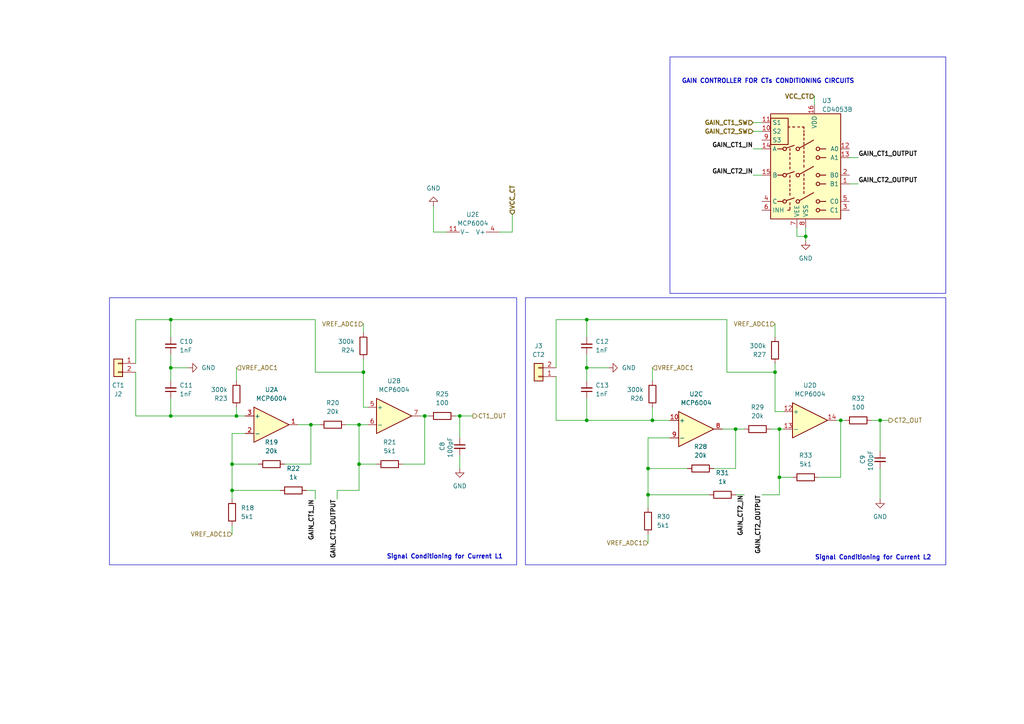
<source format=kicad_sch>
(kicad_sch (version 20231120) (generator "eeschema") (generator_version "8.0")
  (paper "A4")
  (lib_symbols
    (symbol "Amplifier_Operational:MCP6004" (pin_names (offset 0.127))
      (property "Reference" "U" (at 0 5.08 0))
      (property "Value" "MCP6004" (at 0 -5.08 0))
      (symbol "MCP6004_1_1"
        (polyline (pts (xy -5.08 5.08) (xy 5.08 0) (xy -5.08 -5.08) (xy -5.08 5.08)) (stroke (width 0.254)) (fill (type background)))
        (pin output line (at 7.62 0 180) (length 2.54) (name "~") (number "1"))
        (pin input line (at -7.62 -2.54 0) (length 2.54) (name "-") (number "2"))
        (pin input line (at -7.62 2.54 0) (length 2.54) (name "+") (number "3"))
      )
      (symbol "MCP6004_2_1"
        (polyline (pts (xy -5.08 5.08) (xy 5.08 0) (xy -5.08 -5.08) (xy -5.08 5.08)) (stroke (width 0.254)) (fill (type background)))
        (pin input line (at -7.62 2.54 0) (length 2.54) (name "+") (number "5"))
        (pin input line (at -7.62 -2.54 0) (length 2.54) (name "-") (number "6"))
        (pin output line (at 7.62 0 180) (length 2.54) (name "~") (number "7"))
      )
      (symbol "MCP6004_3_1"
        (polyline (pts (xy -5.08 5.08) (xy 5.08 0) (xy -5.08 -5.08) (xy -5.08 5.08)) (stroke (width 0.254)) (fill (type background)))
        (pin input line (at -7.62 2.54 0) (length 2.54) (name "+") (number "10"))
        (pin output line (at 7.62 0 180) (length 2.54) (name "~") (number "8"))
        (pin input line (at -7.62 -2.54 0) (length 2.54) (name "-") (number "9"))
      )
      (symbol "MCP6004_4_1"
        (polyline (pts (xy -5.08 5.08) (xy 5.08 0) (xy -5.08 -5.08) (xy -5.08 5.08)) (stroke (width 0.254)) (fill (type background)))
        (pin input line (at -7.62 2.54 0) (length 2.54) (name "+") (number "12"))
        (pin input line (at -7.62 -2.54 0) (length 2.54) (name "-") (number "13"))
        (pin output line (at 7.62 0 180) (length 2.54) (name "~") (number "14"))
      )
      (symbol "MCP6004_5_1"
        (pin power_in line (at -2.54 -7.62 90) (length 3.81) (name "V-") (number "11"))
        (pin power_in line (at -2.54 7.62 270) (length 3.81) (name "V+") (number "4"))
      )
    )
    (symbol "Analog_Switch:CD4053B"
      (property "Reference" "U" (at -10.16 16.51 0))
      (property "Value" "CD4053B" (at 3.81 16.51 0))
      (symbol "CD4053B_0_1"
        (rectangle (start -10.16 6.35) (end -5.08 13.97) (stroke (width 0.254)))
        (rectangle (start -10.16 15.24) (end 10.16 -15.24) (stroke (width 0.254)) (fill (type background)))
        (circle (center -6.096 -10.16) (radius 0.508) (stroke (width 0.254)))
        (circle (center -6.096 -2.54) (radius 0.508) (stroke (width 0.254)))
        (circle (center -6.096 5.08) (radius 0.508) (stroke (width 0.254)))
        (circle (center -2.286 -10.16) (radius 0.508) (stroke (width 0.254)))
        (circle (center -2.286 -2.54) (radius 0.508) (stroke (width 0.254)))
        (circle (center -2.286 5.08) (radius 0.508) (stroke (width 0.254)))
        (polyline (pts (xy -8.128 -10.16) (xy -6.604 -10.16)) (stroke (width 0.254)))
        (polyline (pts (xy -8.128 -2.54) (xy -6.604 -2.54)) (stroke (width 0.254)))
        (polyline (pts (xy -8.128 5.08) (xy -6.604 5.08)) (stroke (width 0.254)))
        (polyline (pts (xy -5.588 -9.906) (xy -3.302 -9.144)) (stroke (width 0.254)))
        (polyline (pts (xy -5.588 -2.286) (xy -3.302 -1.524)) (stroke (width 0.254)))
        (polyline (pts (xy -5.588 5.334) (xy -3.302 6.096)) (stroke (width 0.254)))
        (polyline (pts (xy -4.572 -12.7) (xy -5.207 -12.7)) (stroke (width 0.254)))
        (polyline (pts (xy -4.572 -12.446) (xy -4.572 -11.811)) (stroke (width 0.254)))
        (polyline (pts (xy -4.572 -11.176) (xy -4.572 -10.541)) (stroke (width 0.254)))
        (polyline (pts (xy -4.572 -8.382) (xy -4.572 -7.747)) (stroke (width 0.254)))
        (polyline (pts (xy -4.572 -7.112) (xy -4.572 -6.477)) (stroke (width 0.254)))
        (polyline (pts (xy -4.572 -5.842) (xy -4.572 -5.207)) (stroke (width 0.254)))
        (polyline (pts (xy -4.572 -4.572) (xy -4.572 -3.937)) (stroke (width 0.254)))
        (polyline (pts (xy -4.572 -3.302) (xy -4.572 -2.667)) (stroke (width 0.254)))
        (polyline (pts (xy -4.572 -0.762) (xy -4.572 -0.127)) (stroke (width 0.254)))
        (polyline (pts (xy -4.572 0.508) (xy -4.572 1.143)) (stroke (width 0.254)))
        (polyline (pts (xy -4.572 2.032) (xy -4.572 2.667)) (stroke (width 0.254)))
        (polyline (pts (xy -4.572 3.302) (xy -4.572 3.937)) (stroke (width 0.254)))
        (polyline (pts (xy -4.572 4.572) (xy -4.572 5.207)) (stroke (width 0.254)))
        (polyline (pts (xy -4.572 11.43) (xy -5.08 11.43)) (stroke (width 0.254)))
        (polyline (pts (xy -3.81 11.43) (xy -3.175 11.43)) (stroke (width 0.254)))
        (polyline (pts (xy -1.778 -9.906) (xy 2.286 -7.62)) (stroke (width 0.254)))
        (polyline (pts (xy -1.778 -2.286) (xy 2.286 0)) (stroke (width 0.254)))
        (polyline (pts (xy -1.778 5.334) (xy 2.286 7.62)) (stroke (width 0.254)))
        (polyline (pts (xy -1.778 11.43) (xy -2.286 11.43)) (stroke (width 0.254)))
        (polyline (pts (xy -0.508 -7.874) (xy -0.508 -7.239)) (stroke (width 0.254)))
        (polyline (pts (xy -0.508 -6.604) (xy -0.508 -5.969)) (stroke (width 0.254)))
        (polyline (pts (xy -0.508 -5.334) (xy -0.508 -4.699)) (stroke (width 0.254)))
        (polyline (pts (xy -0.508 -4.064) (xy -0.508 -3.429)) (stroke (width 0.254)))
        (polyline (pts (xy -0.508 -2.794) (xy -0.508 -2.159)) (stroke (width 0.254)))
        (polyline (pts (xy -0.508 -0.254) (xy -0.508 0.381)) (stroke (width 0.254)))
        (polyline (pts (xy -0.508 1.27) (xy -0.508 1.905)) (stroke (width 0.254)))
        (polyline (pts (xy -0.508 2.54) (xy -0.508 3.175)) (stroke (width 0.254)))
        (polyline (pts (xy -0.508 3.81) (xy -0.508 4.445)) (stroke (width 0.254)))
        (polyline (pts (xy -0.508 5.08) (xy -0.508 5.715)) (stroke (width 0.254)))
        (polyline (pts (xy -0.508 6.35) (xy -0.508 6.985)) (stroke (width 0.254)))
        (polyline (pts (xy -0.508 7.62) (xy -0.508 8.255)) (stroke (width 0.254)))
        (polyline (pts (xy -0.508 8.89) (xy -0.508 9.398)) (stroke (width 0.254)))
        (polyline (pts (xy -0.508 8.89) (xy -0.508 9.525)) (stroke (width 0.254)))
        (polyline (pts (xy -0.508 9.906) (xy -0.508 10.414)) (stroke (width 0.254)))
        (polyline (pts (xy -0.508 10.922) (xy -0.508 11.43)) (stroke (width 0.254)))
        (polyline (pts (xy -0.508 11.43) (xy -1.016 11.43)) (stroke (width 0.254)))
        (polyline (pts (xy 4.064 -12.7) (xy 5.842 -12.7)) (stroke (width 0.254)))
        (polyline (pts (xy 4.064 -10.16) (xy 5.842 -10.16)) (stroke (width 0.254)))
        (polyline (pts (xy 4.064 -5.08) (xy 5.842 -5.08)) (stroke (width 0.254)))
        (polyline (pts (xy 4.064 -2.54) (xy 5.842 -2.54)) (stroke (width 0.254)))
        (polyline (pts (xy 4.064 2.54) (xy 5.842 2.54)) (stroke (width 0.254)))
        (polyline (pts (xy 4.064 5.08) (xy 5.842 5.08)) (stroke (width 0.254)))
        (circle (center 3.556 -12.7) (radius 0.508) (stroke (width 0.254)))
        (circle (center 3.556 -10.16) (radius 0.508) (stroke (width 0.254)))
        (circle (center 3.556 -5.08) (radius 0.508) (stroke (width 0.254)))
        (circle (center 3.556 -2.54) (radius 0.508) (stroke (width 0.254)))
        (circle (center 3.556 2.54) (radius 0.508) (stroke (width 0.254)))
        (circle (center 3.556 5.08) (radius 0.508) (stroke (width 0.254)))
      )
      (symbol "CD4053B_1_1"
        (pin bidirectional line (at 12.7 -5.08 180) (length 2.54) (name "B1") (number "1"))
        (pin input line (at -12.7 10.16 0) (length 2.54) (name "S2") (number "10"))
        (pin input line (at -12.7 12.7 0) (length 2.54) (name "S1") (number "11"))
        (pin bidirectional line (at 12.7 5.08 180) (length 2.54) (name "A0") (number "12"))
        (pin bidirectional line (at 12.7 2.54 180) (length 2.54) (name "A1") (number "13"))
        (pin bidirectional line (at -12.7 5.08 0) (length 2.54) (name "A") (number "14"))
        (pin bidirectional line (at -12.7 -2.54 0) (length 2.54) (name "B") (number "15"))
        (pin power_in line (at 2.54 17.78 270) (length 2.54) (name "VDD") (number "16"))
        (pin bidirectional line (at 12.7 -2.54 180) (length 2.54) (name "B0") (number "2"))
        (pin bidirectional line (at 12.7 -12.7 180) (length 2.54) (name "C1") (number "3"))
        (pin bidirectional line (at -12.7 -10.16 0) (length 2.54) (name "C") (number "4"))
        (pin bidirectional line (at 12.7 -10.16 180) (length 2.54) (name "C0") (number "5"))
        (pin input line (at -12.7 -12.7 0) (length 2.54) (name "INH") (number "6"))
        (pin power_in line (at -2.54 -17.78 90) (length 2.54) (name "VEE") (number "7"))
        (pin power_in line (at 0 -17.78 90) (length 2.54) (name "VSS") (number "8"))
        (pin input line (at -12.7 7.62 0) (length 2.54) (name "S3") (number "9"))
      )
    )
    (symbol "Connector_Generic:Conn_01x02" (pin_names (offset 1.016) hide)
      (property "Reference" "J" (at 0 2.54 0))
      (property "Value" "Conn_01x02" (at 0 -5.08 0))
      (symbol "Conn_01x02_1_1"
        (rectangle (start -1.27 -2.413) (end 0 -2.667) (stroke (width 0.1524)))
        (rectangle (start -1.27 0.127) (end 0 -0.127) (stroke (width 0.1524)))
        (rectangle (start -1.27 1.27) (end 1.27 -3.81) (stroke (width 0.254)) (fill (type background)))
        (pin passive line (at -5.08 0 0) (length 3.81) (name "Pin_1") (number "1"))
        (pin passive line (at -5.08 -2.54 0) (length 3.81) (name "Pin_2") (number "2"))
      )
    )
    (symbol "Device:C_Small" (pin_numbers hide) (pin_names (offset 0.254) hide)
      (property "Reference" "C" (at 0.254 1.778 0))
      (property "Value" "C_Small" (at 0.254 -2.032 0))
      (symbol "C_Small_0_1"
        (polyline (pts (xy -1.524 -0.508) (xy 1.524 -0.508)) (stroke (width 0.3302)))
        (polyline (pts (xy -1.524 0.508) (xy 1.524 0.508)) (stroke (width 0.3048)))
      )
      (symbol "C_Small_1_1"
        (pin passive line (at 0 2.54 270) (length 2.032) (name "~") (number "1"))
        (pin passive line (at 0 -2.54 90) (length 2.032) (name "~") (number "2"))
      )
    )
    (symbol "Device:R" (pin_numbers hide) (pin_names (offset 0))
      (property "Reference" "R" (at 2.032 0 90))
      (property "Value" "R" (at 0 0 90))
      (symbol "R_0_1"
        (rectangle (start -1.016 -2.54) (end 1.016 2.54) (stroke (width 0.254)))
      )
      (symbol "R_1_1"
        (pin passive line (at 0 3.81 270) (length 1.27) (name "~") (number "1"))
        (pin passive line (at 0 -3.81 90) (length 1.27) (name "~") (number "2"))
      )
    )
    (symbol "power:GND" (power) (pin_numbers hide) (pin_names (offset 0) hide)
      (property "Value" "GND" (at 0 -3.81 0))
      (symbol "GND_0_1"
        (polyline (pts (xy 0 0) (xy 0 -1.27) (xy 1.27 -1.27) (xy 0 -2.54) (xy -1.27 -1.27) (xy 0 -1.27)))
      )
      (symbol "GND_1_1"
        (pin power_in line (at 0 0 270) (length 0) (name "~") (number "1"))
      )
    )
  )
  (junction (at 49.53 120.65))
  (junction (at 213.36 124.46))
  (junction (at 255.27 121.92))
  (junction (at 187.96 135.89))
  (junction (at 49.53 92.71))
  (junction (at 170.18 92.71))
  (junction (at 189.23 121.92))
  (junction (at 67.31 134.62))
  (junction (at 104.14 123.19))
  (junction (at 170.18 121.92))
  (junction (at 133.35 120.65))
  (junction (at 105.41 107.95))
  (junction (at 123.19 120.65))
  (junction (at 226.06 124.46))
  (junction (at 226.06 138.43))
  (junction (at 233.68 68.58))
  (junction (at 104.14 134.62))
  (junction (at 68.58 120.65))
  (junction (at 67.31 142.24))
  (junction (at 170.18 106.68))
  (junction (at 49.53 106.68))
  (junction (at 90.17 123.19))
  (junction (at 187.96 143.51))
  (junction (at 243.84 121.92))
  (junction (at 224.79 107.95))
  (wire (pts (xy 170.18 106.68) (xy 170.18 110.49)))
  (wire (pts (xy 189.23 106.68) (xy 189.23 110.49)))
  (wire (pts (xy 91.44 142.24) (xy 91.44 144.78)))
  (wire (pts (xy 233.68 68.58) (xy 233.68 69.85)))
  (wire (pts (xy 39.37 107.95) (xy 39.37 120.65)))
  (wire (pts (xy 49.53 106.68) (xy 49.53 110.49)))
  (wire (pts (xy 125.73 67.31) (xy 125.73 59.69)))
  (wire (pts (xy 242.57 121.92) (xy 243.84 121.92)))
  (wire (pts (xy 144.78 67.31) (xy 148.59 67.31)))
  (wire (pts (xy 170.18 102.87) (xy 170.18 106.68)))
  (wire (pts (xy 224.79 107.95) (xy 224.79 119.38)))
  (wire (pts (xy 90.17 123.19) (xy 86.36 123.19)))
  (wire (pts (xy 92.71 123.19) (xy 90.17 123.19)))
  (wire (pts (xy 109.22 134.62) (xy 104.14 134.62)))
  (wire (pts (xy 210.82 107.95) (xy 224.79 107.95)))
  (wire (pts (xy 189.23 121.92) (xy 189.23 118.11)))
  (wire (pts (xy 81.28 142.24) (xy 67.31 142.24)))
  (wire (pts (xy 67.31 134.62) (xy 74.93 134.62)))
  (wire (pts (xy 106.68 118.11) (xy 105.41 118.11)))
  (wire (pts (xy 224.79 93.98) (xy 224.79 97.79)))
  (wire (pts (xy 133.35 120.65) (xy 137.16 120.65)))
  (wire (pts (xy 100.33 123.19) (xy 104.14 123.19)))
  (wire (pts (xy 104.14 134.62) (xy 104.14 123.19)))
  (wire (pts (xy 243.84 121.92) (xy 245.11 121.92)))
  (wire (pts (xy 39.37 92.71) (xy 39.37 105.41)))
  (wire (pts (xy 161.29 121.92) (xy 170.18 121.92)))
  (wire (pts (xy 231.14 68.58) (xy 233.68 68.58)))
  (wire (pts (xy 213.36 124.46) (xy 215.9 124.46)))
  (wire (pts (xy 49.53 92.71) (xy 91.44 92.71)))
  (wire (pts (xy 213.36 135.89) (xy 213.36 124.46)))
  (wire (pts (xy 210.82 92.71) (xy 210.82 107.95)))
  (wire (pts (xy 207.01 135.89) (xy 213.36 135.89)))
  (wire (pts (xy 105.41 107.95) (xy 105.41 118.11)))
  (wire (pts (xy 209.55 124.46) (xy 213.36 124.46)))
  (wire (pts (xy 49.53 120.65) (xy 68.58 120.65)))
  (wire (pts (xy 236.22 27.94) (xy 236.22 30.48)))
  (wire (pts (xy 255.27 135.89) (xy 255.27 144.78)))
  (wire (pts (xy 252.73 121.92) (xy 255.27 121.92)))
  (wire (pts (xy 123.19 120.65) (xy 124.46 120.65)))
  (wire (pts (xy 67.31 134.62) (xy 67.31 142.24)))
  (wire (pts (xy 223.52 124.46) (xy 226.06 124.46)))
  (wire (pts (xy 218.44 38.1) (xy 220.98 38.1)))
  (wire (pts (xy 218.44 43.18) (xy 220.98 43.18)))
  (wire (pts (xy 187.96 135.89) (xy 187.96 143.51)))
  (wire (pts (xy 133.35 120.65) (xy 133.35 127)))
  (wire (pts (xy 82.55 134.62) (xy 90.17 134.62)))
  (wire (pts (xy 161.29 92.71) (xy 170.18 92.71)))
  (wire (pts (xy 105.41 104.14) (xy 105.41 107.95)))
  (wire (pts (xy 187.96 127) (xy 194.31 127)))
  (wire (pts (xy 39.37 92.71) (xy 49.53 92.71)))
  (wire (pts (xy 170.18 92.71) (xy 170.18 97.79)))
  (wire (pts (xy 97.79 142.24) (xy 104.14 142.24)))
  (wire (pts (xy 231.14 66.04) (xy 231.14 68.58)))
  (wire (pts (xy 194.31 121.92) (xy 189.23 121.92)))
  (wire (pts (xy 133.35 132.08) (xy 133.35 135.89)))
  (wire (pts (xy 148.59 67.31) (xy 148.59 62.23)))
  (wire (pts (xy 220.98 143.51) (xy 226.06 143.51)))
  (wire (pts (xy 243.84 138.43) (xy 243.84 121.92)))
  (wire (pts (xy 226.06 138.43) (xy 229.87 138.43)))
  (wire (pts (xy 187.96 127) (xy 187.96 135.89)))
  (wire (pts (xy 226.06 124.46) (xy 227.33 124.46)))
  (wire (pts (xy 49.53 102.87) (xy 49.53 106.68)))
  (wire (pts (xy 91.44 92.71) (xy 91.44 107.95)))
  (wire (pts (xy 187.96 157.48) (xy 187.96 154.94)))
  (wire (pts (xy 255.27 121.92) (xy 257.81 121.92)))
  (wire (pts (xy 123.19 134.62) (xy 123.19 120.65)))
  (wire (pts (xy 67.31 152.4) (xy 67.31 154.94)))
  (wire (pts (xy 170.18 106.68) (xy 176.53 106.68)))
  (wire (pts (xy 97.79 142.24) (xy 97.79 144.78)))
  (wire (pts (xy 224.79 105.41) (xy 224.79 107.95)))
  (wire (pts (xy 226.06 143.51) (xy 226.06 138.43)))
  (wire (pts (xy 255.27 121.92) (xy 255.27 130.81)))
  (wire (pts (xy 215.9 143.51) (xy 213.36 143.51)))
  (wire (pts (xy 54.61 106.68) (xy 49.53 106.68)))
  (wire (pts (xy 224.79 119.38) (xy 227.33 119.38)))
  (wire (pts (xy 91.44 107.95) (xy 105.41 107.95)))
  (wire (pts (xy 105.41 93.98) (xy 105.41 96.52)))
  (wire (pts (xy 226.06 138.43) (xy 226.06 124.46)))
  (wire (pts (xy 68.58 106.68) (xy 68.58 110.49)))
  (wire (pts (xy 246.38 45.72) (xy 248.92 45.72)))
  (wire (pts (xy 170.18 115.57) (xy 170.18 121.92)))
  (wire (pts (xy 132.08 120.65) (xy 133.35 120.65)))
  (wire (pts (xy 104.14 123.19) (xy 106.68 123.19)))
  (wire (pts (xy 170.18 121.92) (xy 189.23 121.92)))
  (wire (pts (xy 88.9 142.24) (xy 91.44 142.24)))
  (wire (pts (xy 68.58 118.11) (xy 68.58 120.65)))
  (wire (pts (xy 161.29 92.71) (xy 161.29 106.68)))
  (wire (pts (xy 187.96 143.51) (xy 187.96 147.32)))
  (wire (pts (xy 129.54 67.31) (xy 125.73 67.31)))
  (wire (pts (xy 218.44 35.56) (xy 220.98 35.56)))
  (wire (pts (xy 67.31 125.73) (xy 67.31 134.62)))
  (wire (pts (xy 49.53 115.57) (xy 49.53 120.65)))
  (wire (pts (xy 116.84 134.62) (xy 123.19 134.62)))
  (wire (pts (xy 233.68 66.04) (xy 233.68 68.58)))
  (wire (pts (xy 49.53 92.71) (xy 49.53 97.79)))
  (wire (pts (xy 67.31 125.73) (xy 71.12 125.73)))
  (wire (pts (xy 170.18 92.71) (xy 210.82 92.71)))
  (wire (pts (xy 90.17 134.62) (xy 90.17 123.19)))
  (wire (pts (xy 39.37 120.65) (xy 49.53 120.65)))
  (wire (pts (xy 237.49 138.43) (xy 243.84 138.43)))
  (wire (pts (xy 123.19 120.65) (xy 121.92 120.65)))
  (wire (pts (xy 246.38 53.34) (xy 248.92 53.34)))
  (wire (pts (xy 187.96 143.51) (xy 205.74 143.51)))
  (wire (pts (xy 67.31 142.24) (xy 67.31 144.78)))
  (wire (pts (xy 187.96 135.89) (xy 199.39 135.89)))
  (wire (pts (xy 161.29 109.22) (xy 161.29 121.92)))
  (wire (pts (xy 218.44 50.8) (xy 220.98 50.8)))
  (wire (pts (xy 71.12 120.65) (xy 68.58 120.65)))
  (wire (pts (xy 104.14 142.24) (xy 104.14 134.62)))
  (rectangle (start 194.31 16.51) (end 274.32 85.09))
  (rectangle (start 31.75 86.36) (end 149.86 163.83))
  (rectangle (start 152.4 86.36) (end 274.32 163.83))
  (text "Signal Conditioning for Current L1" (at 129.032 161.544 0) (effects (font (size 1.27 1.27) (thickness 0.254) (bold yes))))
  (text "Signal Conditioning for Current L2\n" (at 253.238 161.798 0) (effects (font (size 1.27 1.27) (thickness 0.254) (bold yes))))
  (text "GAIN CONTROLLER FOR CTs CONDITIONING CIRCUITS\n" (at 222.758 23.622 0) (effects (font (size 1.27 1.27) (thickness 0.254) (bold yes))))
  (label "GAIN_CT1_IN" (at 218.44 43.18 180) (effects (font (thickness 0.254) (bold yes))))
  (label "GAIN_CT2_IN" (at 218.44 50.8 180) (effects (font (thickness 0.254) (bold yes))))
  (label "GAIN_CT1_OUTPUT" (at 248.92 45.72 0) (effects (font (thickness 0.254) (bold yes))))
  (label "GAIN_CT2_OUTPUT" (at 248.92 53.34 0) (effects (font (thickness 0.254) (bold yes))))
  (label "GAIN_CT1_OUTPUT" (at 97.79 144.78 270) (effects (font (thickness 0.254) (bold yes))))
  (label "GAIN_CT1_IN" (at 91.44 144.78 270) (effects (font (thickness 0.254) (bold yes))))
  (label "GAIN_CT2_IN" (at 215.9 143.51 270) (effects (font (thickness 0.254) (bold yes))))
  (label "GAIN_CT2_OUTPUT" (at 220.98 143.51 270) (effects (font (thickness 0.254) (bold yes))))
  (hierarchical_label "VREF_ADC1" (shape input) (at 224.79 93.98 180))
  (hierarchical_label "VREF_ADC1" (shape input) (at 68.58 106.68 0))
  (hierarchical_label "CT2_OUT" (shape output) (at 257.81 121.92 0))
  (hierarchical_label "GAIN_CT1_SW" (shape input) (at 218.44 35.56 180) (effects (font (thickness 0.254) (bold yes))))
  (hierarchical_label "VREF_ADC1" (shape input) (at 67.31 154.94 180))
  (hierarchical_label "CT1_OUT" (shape output) (at 137.16 120.65 0))
  (hierarchical_label "VREF_ADC1" (shape input) (at 187.96 157.48 180))
  (hierarchical_label "VCC_CT" (shape input) (at 148.59 62.23 90) (effects (font (thickness 0.254) (bold yes))))
  (hierarchical_label "VREF_ADC1" (shape input) (at 189.23 106.68 0))
  (hierarchical_label "GAIN_CT2_SW" (shape input) (at 218.44 38.1 180) (effects (font (thickness 0.254) (bold yes))))
  (hierarchical_label "VREF_ADC1" (shape input) (at 105.41 93.98 180))
  (hierarchical_label "VCC_CT" (shape input) (at 236.22 27.94 180) (effects (font (thickness 0.254) (bold yes))))
  (symbol (lib_id "Device:R") (at 105.41 100.33 180) (unit 1)
    (property "Reference" "R24" (at 102.87 101.6001 0) (effects (justify left)))
    (property "Value" "300k" (at 102.87 99.0601 0) (effects (justify left)))
    (property "Footprint" "Resistor_SMD:R_0805_2012Metric_Pad1.20x1.40mm_HandSolder" (effects (hide yes)))
    (property "Description" "Resistor" (effects (hide yes)))
  )
  (symbol (lib_id "power:GND") (at 133.35 135.89 0) (unit 1)
    (property "Reference" "#PWR09" (effects (hide yes)))
    (property "Value" "GND" (at 133.35 140.97 0))
    (property "Description" "Power symbol creates a global label with name \"GND\" , ground" (effects (hide yes)))
  )
  (symbol (lib_id "Device:R") (at 187.96 151.13 0) (unit 1)
    (property "Reference" "R30" (at 190.5 149.8599 0) (effects (justify left)))
    (property "Value" "5k1" (at 190.5 152.3999 0) (effects (justify left)))
    (property "Footprint" "Resistor_SMD:R_0805_2012Metric_Pad1.20x1.40mm_HandSolder" (effects (hide yes)))
    (property "Description" "Resistor" (effects (hide yes)))
  )
  (symbol (lib_id "Connector_Generic:Conn_01x02") (at 156.21 109.22 180) (unit 1)
    (property "Reference" "J3" (at 156.21 100.33 0))
    (property "Value" "CT2" (at 156.21 102.87 0))
    (property "Footprint" "Connector_JST:JST_XH_S2B-XH-A_1x02_P2.50mm_Horizontal" (effects (hide yes)))
    (property "Description" "Generic connector, single row, 01x02, script generated (kicad-library-utils/schlib/autogen/connector/)" (effects (hide yes)))
  )
  (symbol (lib_id "Amplifier_Operational:MCP6004") (at 234.95 121.92 0) (unit 4)
    (property "Reference" "U2" (at 234.95 111.76 0))
    (property "Value" "MCP6004" (at 234.95 114.3 0))
    (property "Footprint" "Package_SO:SOIC-14_3.9x8.7mm_P1.27mm" (effects (hide yes)))
    (property "Datasheet" "http://ww1.microchip.com/downloads/en/DeviceDoc/21733j.pdf" (effects (hide yes)))
    (property "Description" "1MHz, Low-Power Op Amp, DIP-14/SOIC-14/TSSOP-14" (effects (hide yes)))
  )
  (symbol (lib_id "Device:R") (at 219.71 124.46 270) (unit 1)
    (property "Reference" "R29" (at 219.71 118.11 90))
    (property "Value" "20k" (at 219.71 120.65 90))
    (property "Footprint" "Resistor_SMD:R_0805_2012Metric_Pad1.20x1.40mm_HandSolder" (effects (hide yes)))
    (property "Description" "Resistor" (effects (hide yes)))
  )
  (symbol (lib_id "Device:R") (at 67.31 148.59 0) (unit 1)
    (property "Reference" "R18" (at 69.85 147.3199 0) (effects (justify left)))
    (property "Value" "5k1" (at 69.85 149.8599 0) (effects (justify left)))
    (property "Footprint" "Resistor_SMD:R_0805_2012Metric_Pad1.20x1.40mm_HandSolder" (effects (hide yes)))
    (property "Description" "Resistor" (effects (hide yes)))
  )
  (symbol (lib_id "Device:C_Small") (at 170.18 113.03 180) (unit 1)
    (property "Reference" "C13" (at 172.72 111.7535 0) (effects (justify right)))
    (property "Value" "1nF" (at 172.72 114.2935 0) (effects (justify right)))
    (property "Footprint" "Capacitor_SMD:C_0805_2012Metric_Pad1.18x1.45mm_HandSolder" (effects (hide yes)))
    (property "Description" "Unpolarized capacitor, small symbol" (effects (hide yes)))
  )
  (symbol (lib_id "Device:R") (at 96.52 123.19 270) (unit 1)
    (property "Reference" "R20" (at 96.52 116.84 90))
    (property "Value" "20k" (at 96.52 119.38 90))
    (property "Footprint" "Resistor_SMD:R_0805_2012Metric_Pad1.20x1.40mm_HandSolder" (effects (hide yes)))
    (property "Description" "Resistor" (effects (hide yes)))
  )
  (symbol (lib_id "Device:R") (at 85.09 142.24 270) (unit 1)
    (property "Reference" "R22" (at 85.09 135.89 90))
    (property "Value" "1k" (at 85.09 138.43 90))
    (property "Footprint" "Resistor_SMD:R_0805_2012Metric_Pad1.20x1.40mm_HandSolder" (effects (hide yes)))
    (property "Description" "Resistor" (effects (hide yes)))
  )
  (symbol (lib_id "Device:C_Small") (at 255.27 133.35 0) (unit 1)
    (property "Reference" "C9" (at 250.19 134.62 90) (effects (justify left)))
    (property "Value" "100pF" (at 252.476 136.652 90) (effects (justify left)))
    (property "Footprint" "Capacitor_SMD:C_0805_2012Metric_Pad1.18x1.45mm_HandSolder" (effects (hide yes)))
    (property "Description" "Unpolarized capacitor, small symbol" (effects (hide yes)))
  )
  (symbol (lib_id "Device:C_Small") (at 49.53 100.33 180) (unit 1)
    (property "Reference" "C10" (at 52.07 99.0535 0) (effects (justify right)))
    (property "Value" "1nF" (at 52.07 101.5935 0) (effects (justify right)))
    (property "Footprint" "Capacitor_SMD:C_0805_2012Metric_Pad1.18x1.45mm_HandSolder" (effects (hide yes)))
    (property "Description" "Unpolarized capacitor, small symbol" (effects (hide yes)))
  )
  (symbol (lib_id "Device:R") (at 113.03 134.62 270) (unit 1)
    (property "Reference" "R21" (at 113.03 128.27 90))
    (property "Value" "5k1" (at 113.03 130.81 90))
    (property "Footprint" "Resistor_SMD:R_0805_2012Metric_Pad1.20x1.40mm_HandSolder" (effects (hide yes)))
    (property "Description" "Resistor" (effects (hide yes)))
  )
  (symbol (lib_id "Amplifier_Operational:MCP6004") (at 137.16 69.85 270) (unit 5)
    (property "Reference" "U2" (at 137.16 62.23 90))
    (property "Value" "MCP6004" (at 137.16 64.77 90))
    (property "Footprint" "Package_SO:SOIC-14_3.9x8.7mm_P1.27mm" (effects (hide yes)))
    (property "Datasheet" "http://ww1.microchip.com/downloads/en/DeviceDoc/21733j.pdf" (effects (hide yes)))
    (property "Description" "1MHz, Low-Power Op Amp, DIP-14/SOIC-14/TSSOP-14" (effects (hide yes)))
  )
  (symbol (lib_id "Device:R") (at 78.74 134.62 270) (unit 1)
    (property "Reference" "R19" (at 78.74 128.27 90))
    (property "Value" "20k" (at 78.74 130.81 90))
    (property "Footprint" "Resistor_SMD:R_0805_2012Metric_Pad1.20x1.40mm_HandSolder" (effects (hide yes)))
    (property "Description" "Resistor" (effects (hide yes)))
  )
  (symbol (lib_id "Device:R") (at 189.23 114.3 180) (unit 1)
    (property "Reference" "R26" (at 186.69 115.5701 0) (effects (justify left)))
    (property "Value" "300k" (at 186.69 113.0301 0) (effects (justify left)))
    (property "Footprint" "Resistor_SMD:R_0805_2012Metric_Pad1.20x1.40mm_HandSolder" (effects (hide yes)))
    (property "Description" "Resistor" (effects (hide yes)))
  )
  (symbol (lib_id "Device:C_Small") (at 170.18 100.33 180) (unit 1)
    (property "Reference" "C12" (at 172.72 99.0535 0) (effects (justify right)))
    (property "Value" "1nF" (at 172.72 101.5935 0) (effects (justify right)))
    (property "Footprint" "Capacitor_SMD:C_0805_2012Metric_Pad1.18x1.45mm_HandSolder" (effects (hide yes)))
    (property "Description" "Unpolarized capacitor, small symbol" (effects (hide yes)))
  )
  (symbol (lib_id "power:GND") (at 233.68 69.85 0) (unit 1)
    (property "Reference" "#PWR014" (effects (hide yes)))
    (property "Value" "GND" (at 233.68 74.93 0))
    (property "Description" "Power symbol creates a global label with name \"GND\" , ground" (effects (hide yes)))
  )
  (symbol (lib_id "Amplifier_Operational:MCP6004") (at 78.74 123.19 0) (unit 1)
    (property "Reference" "U2" (at 78.74 113.03 0))
    (property "Value" "MCP6004" (at 78.74 115.57 0))
    (property "Footprint" "Package_SO:SOIC-14_3.9x8.7mm_P1.27mm" (effects (hide yes)))
    (property "Datasheet" "http://ww1.microchip.com/downloads/en/DeviceDoc/21733j.pdf" (effects (hide yes)))
    (property "Description" "1MHz, Low-Power Op Amp, DIP-14/SOIC-14/TSSOP-14" (effects (hide yes)))
  )
  (symbol (lib_id "Device:R") (at 248.92 121.92 270) (unit 1)
    (property "Reference" "R32" (at 248.92 115.57 90))
    (property "Value" "100" (at 248.92 118.11 90))
    (property "Footprint" "Resistor_SMD:R_0805_2012Metric_Pad1.20x1.40mm_HandSolder" (effects (hide yes)))
    (property "Description" "Resistor" (effects (hide yes)))
  )
  (symbol (lib_id "Device:C_Small") (at 49.53 113.03 180) (unit 1)
    (property "Reference" "C11" (at 52.07 111.7535 0) (effects (justify right)))
    (property "Value" "1nF" (at 52.07 114.2935 0) (effects (justify right)))
    (property "Footprint" "Capacitor_SMD:C_0805_2012Metric_Pad1.18x1.45mm_HandSolder" (effects (hide yes)))
    (property "Description" "Unpolarized capacitor, small symbol" (effects (hide yes)))
  )
  (symbol (lib_id "Amplifier_Operational:MCP6004") (at 201.93 124.46 0) (unit 3)
    (property "Reference" "U2" (at 201.93 114.3 0))
    (property "Value" "MCP6004" (at 201.93 116.84 0))
    (property "Footprint" "Package_SO:SOIC-14_3.9x8.7mm_P1.27mm" (effects (hide yes)))
    (property "Datasheet" "http://ww1.microchip.com/downloads/en/DeviceDoc/21733j.pdf" (effects (hide yes)))
    (property "Description" "1MHz, Low-Power Op Amp, DIP-14/SOIC-14/TSSOP-14" (effects (hide yes)))
  )
  (symbol (lib_id "Device:R") (at 224.79 101.6 180) (unit 1)
    (property "Reference" "R27" (at 222.25 102.8701 0) (effects (justify left)))
    (property "Value" "300k" (at 222.25 100.3301 0) (effects (justify left)))
    (property "Footprint" "Resistor_SMD:R_0805_2012Metric_Pad1.20x1.40mm_HandSolder" (effects (hide yes)))
    (property "Description" "Resistor" (effects (hide yes)))
  )
  (symbol (lib_id "Analog_Switch:CD4053B") (at 233.68 48.26 0) (unit 1)
    (property "Reference" "U3" (at 238.4141 29.21 0) (effects (justify left)))
    (property "Value" "CD4053B" (at 238.4141 31.75 0) (effects (justify left)))
    (property "Footprint" "Package_SO:SOIC-16W_5.3x10.2mm_P1.27mm" (effects (hide yes)))
    (property "Datasheet" "http://www.ti.com/lit/ds/symlink/cd4052b.pdf" (effects (hide yes)))
    (property "Description" "CMOS triple 2-channel analog multiplexer/demultiplexer, TSSOP-16/DIP-16/SOIC-16" (effects (hide yes)))
  )
  (symbol (lib_id "Device:R") (at 68.58 114.3 180) (unit 1)
    (property "Reference" "R23" (at 66.04 115.5701 0) (effects (justify left)))
    (property "Value" "300k" (at 66.04 113.0301 0) (effects (justify left)))
    (property "Footprint" "Resistor_SMD:R_0805_2012Metric_Pad1.20x1.40mm_HandSolder" (effects (hide yes)))
    (property "Description" "Resistor" (effects (hide yes)))
  )
  (symbol (lib_id "power:GND") (at 54.61 106.68 90) (unit 1)
    (property "Reference" "#PWR011" (effects (hide yes)))
    (property "Value" "GND" (at 58.42 106.6799 90) (effects (justify right)))
    (property "Description" "Power symbol creates a global label with name \"GND\" , ground" (effects (hide yes)))
  )
  (symbol (lib_id "power:GND") (at 176.53 106.68 90) (unit 1)
    (property "Reference" "#PWR012" (effects (hide yes)))
    (property "Value" "GND" (at 180.34 106.6799 90) (effects (justify right)))
    (property "Description" "Power symbol creates a global label with name \"GND\" , ground" (effects (hide yes)))
  )
  (symbol (lib_id "Connector_Generic:Conn_01x02") (at 34.29 105.41 0) (mirror y) (unit 1)
    (property "Reference" "J2" (at 34.29 114.3 0))
    (property "Value" "CT1" (at 34.29 111.76 0))
    (property "Footprint" "Connector_JST:JST_XH_S2B-XH-A_1x02_P2.50mm_Horizontal" (effects (hide yes)))
    (property "Description" "Generic connector, single row, 01x02, script generated (kicad-library-utils/schlib/autogen/connector/)" (effects (hide yes)))
  )
  (symbol (lib_id "Amplifier_Operational:MCP6004") (at 114.3 120.65 0) (unit 2)
    (property "Reference" "U2" (at 114.3 110.49 0))
    (property "Value" "MCP6004" (at 114.3 113.03 0))
    (property "Footprint" "Package_SO:SOIC-14_3.9x8.7mm_P1.27mm" (effects (hide yes)))
    (property "Datasheet" "http://ww1.microchip.com/downloads/en/DeviceDoc/21733j.pdf" (effects (hide yes)))
    (property "Description" "1MHz, Low-Power Op Amp, DIP-14/SOIC-14/TSSOP-14" (effects (hide yes)))
  )
  (symbol (lib_id "Device:C_Small") (at 133.35 129.54 0) (unit 1)
    (property "Reference" "C8" (at 128.27 130.81 90) (effects (justify left)))
    (property "Value" "100pF" (at 130.556 132.842 90) (effects (justify left)))
    (property "Footprint" "Capacitor_SMD:C_0805_2012Metric_Pad1.18x1.45mm_HandSolder" (effects (hide yes)))
    (property "Description" "Unpolarized capacitor, small symbol" (effects (hide yes)))
  )
  (symbol (lib_id "Device:R") (at 128.27 120.65 270) (unit 1)
    (property "Reference" "R25" (at 128.27 114.3 90))
    (property "Value" "100" (at 128.27 116.84 90))
    (property "Footprint" "Resistor_SMD:R_0805_2012Metric_Pad1.20x1.40mm_HandSolder" (effects (hide yes)))
    (property "Description" "Resistor" (effects (hide yes)))
  )
  (symbol (lib_id "power:GND") (at 125.73 59.69 180) (unit 1)
    (property "Reference" "#PWR013" (effects (hide yes)))
    (property "Value" "GND" (at 125.73 54.61 0))
    (property "Description" "Power symbol creates a global label with name \"GND\" , ground" (effects (hide yes)))
  )
  (symbol (lib_id "Device:R") (at 209.55 143.51 270) (unit 1)
    (property "Reference" "R31" (at 209.55 137.16 90))
    (property "Value" "1k" (at 209.55 139.7 90))
    (property "Footprint" "Resistor_SMD:R_0805_2012Metric_Pad1.20x1.40mm_HandSolder" (effects (hide yes)))
    (property "Description" "Resistor" (effects (hide yes)))
  )
  (symbol (lib_id "power:GND") (at 255.27 144.78 0) (unit 1)
    (property "Reference" "#PWR010" (effects (hide yes)))
    (property "Value" "GND" (at 255.27 149.86 0))
    (property "Description" "Power symbol creates a global label with name \"GND\" , ground" (effects (hide yes)))
  )
  (symbol (lib_id "Device:R") (at 203.2 135.89 270) (unit 1)
    (property "Reference" "R28" (at 203.2 129.54 90))
    (property "Value" "20k" (at 203.2 132.08 90))
    (property "Footprint" "Resistor_SMD:R_0805_2012Metric_Pad1.20x1.40mm_HandSolder" (effects (hide yes)))
    (property "Description" "Resistor" (effects (hide yes)))
  )
  (symbol (lib_id "Device:R") (at 233.68 138.43 270) (unit 1)
    (property "Reference" "R33" (at 233.68 132.08 90))
    (property "Value" "5k1" (at 233.68 134.62 90))
    (property "Footprint" "Resistor_SMD:R_0805_2012Metric_Pad1.20x1.40mm_HandSolder" (effects (hide yes)))
    (property "Description" "Resistor" (effects (hide yes)))
  )
)
</source>
